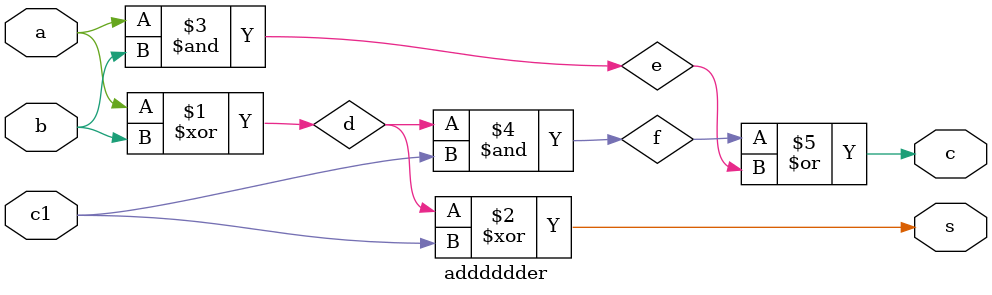
<source format=v>
module adddddder(s,c,a,b,c1);
   input a,b,c1;
   output s,c;
   wire d,e,f;
   xor(d,a,b);
   xor(s,d,c1);
   and(e,a,b);
   and(f,d,c1);
   or(c,f,e);


endmodule
</source>
